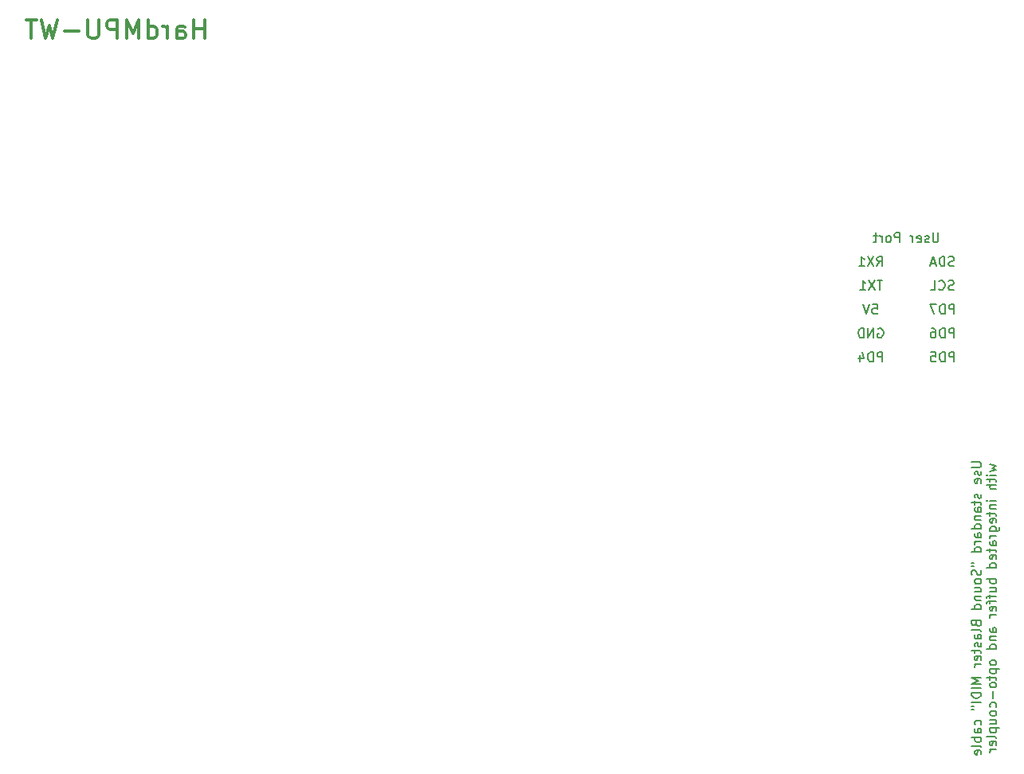
<source format=gbr>
%TF.GenerationSoftware,KiCad,Pcbnew,(6.0.11)*%
%TF.CreationDate,2023-01-30T02:30:36-08:00*%
%TF.ProjectId,hardmpu-wt,68617264-6d70-4752-9d77-742e6b696361,rev?*%
%TF.SameCoordinates,PX525bfc0PY8670810*%
%TF.FileFunction,Legend,Bot*%
%TF.FilePolarity,Positive*%
%FSLAX46Y46*%
G04 Gerber Fmt 4.6, Leading zero omitted, Abs format (unit mm)*
G04 Created by KiCad (PCBNEW (6.0.11)) date 2023-01-30 02:30:36*
%MOMM*%
%LPD*%
G01*
G04 APERTURE LIST*
%ADD10C,0.350000*%
%ADD11C,0.150000*%
G04 APERTURE END LIST*
D10*
X17461333Y84693239D02*
X17461333Y86693239D01*
X17461333Y85740858D02*
X16318476Y85740858D01*
X16318476Y84693239D02*
X16318476Y86693239D01*
X14508952Y84693239D02*
X14508952Y85740858D01*
X14604190Y85931334D01*
X14794666Y86026572D01*
X15175619Y86026572D01*
X15366095Y85931334D01*
X14508952Y84788477D02*
X14699428Y84693239D01*
X15175619Y84693239D01*
X15366095Y84788477D01*
X15461333Y84978953D01*
X15461333Y85169429D01*
X15366095Y85359905D01*
X15175619Y85455143D01*
X14699428Y85455143D01*
X14508952Y85550381D01*
X13556571Y84693239D02*
X13556571Y86026572D01*
X13556571Y85645620D02*
X13461333Y85836096D01*
X13366095Y85931334D01*
X13175619Y86026572D01*
X12985142Y86026572D01*
X11461333Y84693239D02*
X11461333Y86693239D01*
X11461333Y84788477D02*
X11651809Y84693239D01*
X12032761Y84693239D01*
X12223238Y84788477D01*
X12318476Y84883715D01*
X12413714Y85074191D01*
X12413714Y85645620D01*
X12318476Y85836096D01*
X12223238Y85931334D01*
X12032761Y86026572D01*
X11651809Y86026572D01*
X11461333Y85931334D01*
X10508952Y84693239D02*
X10508952Y86693239D01*
X9842285Y85264667D01*
X9175619Y86693239D01*
X9175619Y84693239D01*
X8223238Y84693239D02*
X8223238Y86693239D01*
X7461333Y86693239D01*
X7270857Y86598000D01*
X7175619Y86502762D01*
X7080380Y86312286D01*
X7080380Y86026572D01*
X7175619Y85836096D01*
X7270857Y85740858D01*
X7461333Y85645620D01*
X8223238Y85645620D01*
X6223238Y86693239D02*
X6223238Y85074191D01*
X6128000Y84883715D01*
X6032761Y84788477D01*
X5842285Y84693239D01*
X5461333Y84693239D01*
X5270857Y84788477D01*
X5175619Y84883715D01*
X5080380Y85074191D01*
X5080380Y86693239D01*
X4128000Y85455143D02*
X2604190Y85455143D01*
X1842285Y86693239D02*
X1366095Y84693239D01*
X985142Y86121810D01*
X604190Y84693239D01*
X128000Y86693239D01*
X-348191Y86693239D02*
X-1491048Y86693239D01*
X-919620Y84693239D02*
X-919620Y86693239D01*
D11*
X98977380Y39677620D02*
X99786904Y39677620D01*
X99882142Y39630000D01*
X99929761Y39582381D01*
X99977380Y39487143D01*
X99977380Y39296667D01*
X99929761Y39201429D01*
X99882142Y39153810D01*
X99786904Y39106191D01*
X98977380Y39106191D01*
X99929761Y38677620D02*
X99977380Y38582381D01*
X99977380Y38391905D01*
X99929761Y38296667D01*
X99834523Y38249048D01*
X99786904Y38249048D01*
X99691666Y38296667D01*
X99644047Y38391905D01*
X99644047Y38534762D01*
X99596428Y38630000D01*
X99501190Y38677620D01*
X99453571Y38677620D01*
X99358333Y38630000D01*
X99310714Y38534762D01*
X99310714Y38391905D01*
X99358333Y38296667D01*
X99929761Y37439524D02*
X99977380Y37534762D01*
X99977380Y37725239D01*
X99929761Y37820477D01*
X99834523Y37868096D01*
X99453571Y37868096D01*
X99358333Y37820477D01*
X99310714Y37725239D01*
X99310714Y37534762D01*
X99358333Y37439524D01*
X99453571Y37391905D01*
X99548809Y37391905D01*
X99644047Y37868096D01*
X99929761Y36249048D02*
X99977380Y36153810D01*
X99977380Y35963334D01*
X99929761Y35868096D01*
X99834523Y35820477D01*
X99786904Y35820477D01*
X99691666Y35868096D01*
X99644047Y35963334D01*
X99644047Y36106191D01*
X99596428Y36201429D01*
X99501190Y36249048D01*
X99453571Y36249048D01*
X99358333Y36201429D01*
X99310714Y36106191D01*
X99310714Y35963334D01*
X99358333Y35868096D01*
X99310714Y35534762D02*
X99310714Y35153810D01*
X98977380Y35391905D02*
X99834523Y35391905D01*
X99929761Y35344286D01*
X99977380Y35249048D01*
X99977380Y35153810D01*
X99977380Y34391905D02*
X99453571Y34391905D01*
X99358333Y34439524D01*
X99310714Y34534762D01*
X99310714Y34725239D01*
X99358333Y34820477D01*
X99929761Y34391905D02*
X99977380Y34487143D01*
X99977380Y34725239D01*
X99929761Y34820477D01*
X99834523Y34868096D01*
X99739285Y34868096D01*
X99644047Y34820477D01*
X99596428Y34725239D01*
X99596428Y34487143D01*
X99548809Y34391905D01*
X99310714Y33915715D02*
X99977380Y33915715D01*
X99405952Y33915715D02*
X99358333Y33868096D01*
X99310714Y33772858D01*
X99310714Y33630000D01*
X99358333Y33534762D01*
X99453571Y33487143D01*
X99977380Y33487143D01*
X99977380Y32582381D02*
X98977380Y32582381D01*
X99929761Y32582381D02*
X99977380Y32677620D01*
X99977380Y32868096D01*
X99929761Y32963334D01*
X99882142Y33010953D01*
X99786904Y33058572D01*
X99501190Y33058572D01*
X99405952Y33010953D01*
X99358333Y32963334D01*
X99310714Y32868096D01*
X99310714Y32677620D01*
X99358333Y32582381D01*
X99977380Y31677620D02*
X99453571Y31677620D01*
X99358333Y31725239D01*
X99310714Y31820477D01*
X99310714Y32010953D01*
X99358333Y32106191D01*
X99929761Y31677620D02*
X99977380Y31772858D01*
X99977380Y32010953D01*
X99929761Y32106191D01*
X99834523Y32153810D01*
X99739285Y32153810D01*
X99644047Y32106191D01*
X99596428Y32010953D01*
X99596428Y31772858D01*
X99548809Y31677620D01*
X99977380Y31201429D02*
X99310714Y31201429D01*
X99501190Y31201429D02*
X99405952Y31153810D01*
X99358333Y31106191D01*
X99310714Y31010953D01*
X99310714Y30915715D01*
X99977380Y30153810D02*
X98977380Y30153810D01*
X99929761Y30153810D02*
X99977380Y30249048D01*
X99977380Y30439524D01*
X99929761Y30534762D01*
X99882142Y30582381D01*
X99786904Y30630000D01*
X99501190Y30630000D01*
X99405952Y30582381D01*
X99358333Y30534762D01*
X99310714Y30439524D01*
X99310714Y30249048D01*
X99358333Y30153810D01*
X98977380Y28963334D02*
X99167857Y28963334D01*
X98977380Y28582381D02*
X99167857Y28582381D01*
X99929761Y28201429D02*
X99977380Y28058572D01*
X99977380Y27820477D01*
X99929761Y27725239D01*
X99882142Y27677620D01*
X99786904Y27630000D01*
X99691666Y27630000D01*
X99596428Y27677620D01*
X99548809Y27725239D01*
X99501190Y27820477D01*
X99453571Y28010953D01*
X99405952Y28106191D01*
X99358333Y28153810D01*
X99263095Y28201429D01*
X99167857Y28201429D01*
X99072619Y28153810D01*
X99025000Y28106191D01*
X98977380Y28010953D01*
X98977380Y27772858D01*
X99025000Y27630000D01*
X99977380Y27058572D02*
X99929761Y27153810D01*
X99882142Y27201429D01*
X99786904Y27249048D01*
X99501190Y27249048D01*
X99405952Y27201429D01*
X99358333Y27153810D01*
X99310714Y27058572D01*
X99310714Y26915715D01*
X99358333Y26820477D01*
X99405952Y26772858D01*
X99501190Y26725239D01*
X99786904Y26725239D01*
X99882142Y26772858D01*
X99929761Y26820477D01*
X99977380Y26915715D01*
X99977380Y27058572D01*
X99310714Y25868096D02*
X99977380Y25868096D01*
X99310714Y26296667D02*
X99834523Y26296667D01*
X99929761Y26249048D01*
X99977380Y26153810D01*
X99977380Y26010953D01*
X99929761Y25915715D01*
X99882142Y25868096D01*
X99310714Y25391905D02*
X99977380Y25391905D01*
X99405952Y25391905D02*
X99358333Y25344286D01*
X99310714Y25249048D01*
X99310714Y25106191D01*
X99358333Y25010953D01*
X99453571Y24963334D01*
X99977380Y24963334D01*
X99977380Y24058572D02*
X98977380Y24058572D01*
X99929761Y24058572D02*
X99977380Y24153810D01*
X99977380Y24344286D01*
X99929761Y24439524D01*
X99882142Y24487143D01*
X99786904Y24534762D01*
X99501190Y24534762D01*
X99405952Y24487143D01*
X99358333Y24439524D01*
X99310714Y24344286D01*
X99310714Y24153810D01*
X99358333Y24058572D01*
X99453571Y22487143D02*
X99501190Y22344286D01*
X99548809Y22296667D01*
X99644047Y22249048D01*
X99786904Y22249048D01*
X99882142Y22296667D01*
X99929761Y22344286D01*
X99977380Y22439524D01*
X99977380Y22820477D01*
X98977380Y22820477D01*
X98977380Y22487143D01*
X99025000Y22391905D01*
X99072619Y22344286D01*
X99167857Y22296667D01*
X99263095Y22296667D01*
X99358333Y22344286D01*
X99405952Y22391905D01*
X99453571Y22487143D01*
X99453571Y22820477D01*
X99977380Y21677620D02*
X99929761Y21772858D01*
X99834523Y21820477D01*
X98977380Y21820477D01*
X99977380Y20868096D02*
X99453571Y20868096D01*
X99358333Y20915715D01*
X99310714Y21010953D01*
X99310714Y21201429D01*
X99358333Y21296667D01*
X99929761Y20868096D02*
X99977380Y20963334D01*
X99977380Y21201429D01*
X99929761Y21296667D01*
X99834523Y21344286D01*
X99739285Y21344286D01*
X99644047Y21296667D01*
X99596428Y21201429D01*
X99596428Y20963334D01*
X99548809Y20868096D01*
X99929761Y20439524D02*
X99977380Y20344286D01*
X99977380Y20153810D01*
X99929761Y20058572D01*
X99834523Y20010953D01*
X99786904Y20010953D01*
X99691666Y20058572D01*
X99644047Y20153810D01*
X99644047Y20296667D01*
X99596428Y20391905D01*
X99501190Y20439524D01*
X99453571Y20439524D01*
X99358333Y20391905D01*
X99310714Y20296667D01*
X99310714Y20153810D01*
X99358333Y20058572D01*
X99310714Y19725239D02*
X99310714Y19344286D01*
X98977380Y19582381D02*
X99834523Y19582381D01*
X99929761Y19534762D01*
X99977380Y19439524D01*
X99977380Y19344286D01*
X99929761Y18630000D02*
X99977380Y18725239D01*
X99977380Y18915715D01*
X99929761Y19010953D01*
X99834523Y19058572D01*
X99453571Y19058572D01*
X99358333Y19010953D01*
X99310714Y18915715D01*
X99310714Y18725239D01*
X99358333Y18630000D01*
X99453571Y18582381D01*
X99548809Y18582381D01*
X99644047Y19058572D01*
X99977380Y18153810D02*
X99310714Y18153810D01*
X99501190Y18153810D02*
X99405952Y18106191D01*
X99358333Y18058572D01*
X99310714Y17963334D01*
X99310714Y17868096D01*
X99977380Y16772858D02*
X98977380Y16772858D01*
X99691666Y16439524D01*
X98977380Y16106191D01*
X99977380Y16106191D01*
X99977380Y15630000D02*
X98977380Y15630000D01*
X99977380Y15153810D02*
X98977380Y15153810D01*
X98977380Y14915715D01*
X99025000Y14772858D01*
X99120238Y14677620D01*
X99215476Y14630000D01*
X99405952Y14582381D01*
X99548809Y14582381D01*
X99739285Y14630000D01*
X99834523Y14677620D01*
X99929761Y14772858D01*
X99977380Y14915715D01*
X99977380Y15153810D01*
X99977380Y14153810D02*
X98977380Y14153810D01*
X98977380Y13725239D02*
X99167857Y13725239D01*
X98977380Y13344286D02*
X99167857Y13344286D01*
X99929761Y11725239D02*
X99977380Y11820477D01*
X99977380Y12010953D01*
X99929761Y12106191D01*
X99882142Y12153810D01*
X99786904Y12201429D01*
X99501190Y12201429D01*
X99405952Y12153810D01*
X99358333Y12106191D01*
X99310714Y12010953D01*
X99310714Y11820477D01*
X99358333Y11725239D01*
X99977380Y10868096D02*
X99453571Y10868096D01*
X99358333Y10915715D01*
X99310714Y11010953D01*
X99310714Y11201429D01*
X99358333Y11296667D01*
X99929761Y10868096D02*
X99977380Y10963334D01*
X99977380Y11201429D01*
X99929761Y11296667D01*
X99834523Y11344286D01*
X99739285Y11344286D01*
X99644047Y11296667D01*
X99596428Y11201429D01*
X99596428Y10963334D01*
X99548809Y10868096D01*
X99977380Y10391905D02*
X98977380Y10391905D01*
X99358333Y10391905D02*
X99310714Y10296667D01*
X99310714Y10106191D01*
X99358333Y10010953D01*
X99405952Y9963334D01*
X99501190Y9915715D01*
X99786904Y9915715D01*
X99882142Y9963334D01*
X99929761Y10010953D01*
X99977380Y10106191D01*
X99977380Y10296667D01*
X99929761Y10391905D01*
X99977380Y9344286D02*
X99929761Y9439524D01*
X99834523Y9487143D01*
X98977380Y9487143D01*
X99929761Y8582381D02*
X99977380Y8677620D01*
X99977380Y8868096D01*
X99929761Y8963334D01*
X99834523Y9010953D01*
X99453571Y9010953D01*
X99358333Y8963334D01*
X99310714Y8868096D01*
X99310714Y8677620D01*
X99358333Y8582381D01*
X99453571Y8534762D01*
X99548809Y8534762D01*
X99644047Y9010953D01*
X100920714Y39415715D02*
X101587380Y39225239D01*
X101111190Y39034762D01*
X101587380Y38844286D01*
X100920714Y38653810D01*
X101587380Y38272858D02*
X100920714Y38272858D01*
X100587380Y38272858D02*
X100635000Y38320477D01*
X100682619Y38272858D01*
X100635000Y38225239D01*
X100587380Y38272858D01*
X100682619Y38272858D01*
X100920714Y37939524D02*
X100920714Y37558572D01*
X100587380Y37796667D02*
X101444523Y37796667D01*
X101539761Y37749048D01*
X101587380Y37653810D01*
X101587380Y37558572D01*
X101587380Y37225239D02*
X100587380Y37225239D01*
X101587380Y36796667D02*
X101063571Y36796667D01*
X100968333Y36844286D01*
X100920714Y36939524D01*
X100920714Y37082381D01*
X100968333Y37177620D01*
X101015952Y37225239D01*
X101587380Y35558572D02*
X100920714Y35558572D01*
X100587380Y35558572D02*
X100635000Y35606191D01*
X100682619Y35558572D01*
X100635000Y35510953D01*
X100587380Y35558572D01*
X100682619Y35558572D01*
X100920714Y35082381D02*
X101587380Y35082381D01*
X101015952Y35082381D02*
X100968333Y35034762D01*
X100920714Y34939524D01*
X100920714Y34796667D01*
X100968333Y34701429D01*
X101063571Y34653810D01*
X101587380Y34653810D01*
X100920714Y34320477D02*
X100920714Y33939524D01*
X100587380Y34177620D02*
X101444523Y34177620D01*
X101539761Y34130000D01*
X101587380Y34034762D01*
X101587380Y33939524D01*
X101539761Y33225239D02*
X101587380Y33320477D01*
X101587380Y33510953D01*
X101539761Y33606191D01*
X101444523Y33653810D01*
X101063571Y33653810D01*
X100968333Y33606191D01*
X100920714Y33510953D01*
X100920714Y33320477D01*
X100968333Y33225239D01*
X101063571Y33177620D01*
X101158809Y33177620D01*
X101254047Y33653810D01*
X100920714Y32320477D02*
X101730238Y32320477D01*
X101825476Y32368096D01*
X101873095Y32415715D01*
X101920714Y32510953D01*
X101920714Y32653810D01*
X101873095Y32749048D01*
X101539761Y32320477D02*
X101587380Y32415715D01*
X101587380Y32606191D01*
X101539761Y32701429D01*
X101492142Y32749048D01*
X101396904Y32796667D01*
X101111190Y32796667D01*
X101015952Y32749048D01*
X100968333Y32701429D01*
X100920714Y32606191D01*
X100920714Y32415715D01*
X100968333Y32320477D01*
X101587380Y31844286D02*
X100920714Y31844286D01*
X101111190Y31844286D02*
X101015952Y31796667D01*
X100968333Y31749048D01*
X100920714Y31653810D01*
X100920714Y31558572D01*
X101587380Y30796667D02*
X101063571Y30796667D01*
X100968333Y30844286D01*
X100920714Y30939524D01*
X100920714Y31130000D01*
X100968333Y31225239D01*
X101539761Y30796667D02*
X101587380Y30891905D01*
X101587380Y31130000D01*
X101539761Y31225239D01*
X101444523Y31272858D01*
X101349285Y31272858D01*
X101254047Y31225239D01*
X101206428Y31130000D01*
X101206428Y30891905D01*
X101158809Y30796667D01*
X100920714Y30463334D02*
X100920714Y30082381D01*
X100587380Y30320477D02*
X101444523Y30320477D01*
X101539761Y30272858D01*
X101587380Y30177620D01*
X101587380Y30082381D01*
X101539761Y29368096D02*
X101587380Y29463334D01*
X101587380Y29653810D01*
X101539761Y29749048D01*
X101444523Y29796667D01*
X101063571Y29796667D01*
X100968333Y29749048D01*
X100920714Y29653810D01*
X100920714Y29463334D01*
X100968333Y29368096D01*
X101063571Y29320477D01*
X101158809Y29320477D01*
X101254047Y29796667D01*
X101587380Y28463334D02*
X100587380Y28463334D01*
X101539761Y28463334D02*
X101587380Y28558572D01*
X101587380Y28749048D01*
X101539761Y28844286D01*
X101492142Y28891905D01*
X101396904Y28939524D01*
X101111190Y28939524D01*
X101015952Y28891905D01*
X100968333Y28844286D01*
X100920714Y28749048D01*
X100920714Y28558572D01*
X100968333Y28463334D01*
X101587380Y27225239D02*
X100587380Y27225239D01*
X100968333Y27225239D02*
X100920714Y27130000D01*
X100920714Y26939524D01*
X100968333Y26844286D01*
X101015952Y26796667D01*
X101111190Y26749048D01*
X101396904Y26749048D01*
X101492142Y26796667D01*
X101539761Y26844286D01*
X101587380Y26939524D01*
X101587380Y27130000D01*
X101539761Y27225239D01*
X100920714Y25891905D02*
X101587380Y25891905D01*
X100920714Y26320477D02*
X101444523Y26320477D01*
X101539761Y26272858D01*
X101587380Y26177620D01*
X101587380Y26034762D01*
X101539761Y25939524D01*
X101492142Y25891905D01*
X100920714Y25558572D02*
X100920714Y25177620D01*
X101587380Y25415715D02*
X100730238Y25415715D01*
X100635000Y25368096D01*
X100587380Y25272858D01*
X100587380Y25177620D01*
X100920714Y24987143D02*
X100920714Y24606191D01*
X101587380Y24844286D02*
X100730238Y24844286D01*
X100635000Y24796667D01*
X100587380Y24701429D01*
X100587380Y24606191D01*
X101539761Y23891905D02*
X101587380Y23987143D01*
X101587380Y24177620D01*
X101539761Y24272858D01*
X101444523Y24320477D01*
X101063571Y24320477D01*
X100968333Y24272858D01*
X100920714Y24177620D01*
X100920714Y23987143D01*
X100968333Y23891905D01*
X101063571Y23844286D01*
X101158809Y23844286D01*
X101254047Y24320477D01*
X101587380Y23415715D02*
X100920714Y23415715D01*
X101111190Y23415715D02*
X101015952Y23368096D01*
X100968333Y23320477D01*
X100920714Y23225239D01*
X100920714Y23130000D01*
X101587380Y21606191D02*
X101063571Y21606191D01*
X100968333Y21653810D01*
X100920714Y21749048D01*
X100920714Y21939524D01*
X100968333Y22034762D01*
X101539761Y21606191D02*
X101587380Y21701429D01*
X101587380Y21939524D01*
X101539761Y22034762D01*
X101444523Y22082381D01*
X101349285Y22082381D01*
X101254047Y22034762D01*
X101206428Y21939524D01*
X101206428Y21701429D01*
X101158809Y21606191D01*
X100920714Y21130000D02*
X101587380Y21130000D01*
X101015952Y21130000D02*
X100968333Y21082381D01*
X100920714Y20987143D01*
X100920714Y20844286D01*
X100968333Y20749048D01*
X101063571Y20701429D01*
X101587380Y20701429D01*
X101587380Y19796667D02*
X100587380Y19796667D01*
X101539761Y19796667D02*
X101587380Y19891905D01*
X101587380Y20082381D01*
X101539761Y20177620D01*
X101492142Y20225239D01*
X101396904Y20272858D01*
X101111190Y20272858D01*
X101015952Y20225239D01*
X100968333Y20177620D01*
X100920714Y20082381D01*
X100920714Y19891905D01*
X100968333Y19796667D01*
X101587380Y18415715D02*
X101539761Y18510953D01*
X101492142Y18558572D01*
X101396904Y18606191D01*
X101111190Y18606191D01*
X101015952Y18558572D01*
X100968333Y18510953D01*
X100920714Y18415715D01*
X100920714Y18272858D01*
X100968333Y18177620D01*
X101015952Y18130001D01*
X101111190Y18082381D01*
X101396904Y18082381D01*
X101492142Y18130001D01*
X101539761Y18177620D01*
X101587380Y18272858D01*
X101587380Y18415715D01*
X100920714Y17653810D02*
X101920714Y17653810D01*
X100968333Y17653810D02*
X100920714Y17558572D01*
X100920714Y17368096D01*
X100968333Y17272858D01*
X101015952Y17225239D01*
X101111190Y17177620D01*
X101396904Y17177620D01*
X101492142Y17225239D01*
X101539761Y17272858D01*
X101587380Y17368096D01*
X101587380Y17558572D01*
X101539761Y17653810D01*
X100920714Y16891905D02*
X100920714Y16510953D01*
X100587380Y16749048D02*
X101444523Y16749048D01*
X101539761Y16701429D01*
X101587380Y16606191D01*
X101587380Y16510953D01*
X101587380Y16034762D02*
X101539761Y16130001D01*
X101492142Y16177620D01*
X101396904Y16225239D01*
X101111190Y16225239D01*
X101015952Y16177620D01*
X100968333Y16130001D01*
X100920714Y16034762D01*
X100920714Y15891905D01*
X100968333Y15796667D01*
X101015952Y15749048D01*
X101111190Y15701429D01*
X101396904Y15701429D01*
X101492142Y15749048D01*
X101539761Y15796667D01*
X101587380Y15891905D01*
X101587380Y16034762D01*
X101206428Y15272858D02*
X101206428Y14510953D01*
X101539761Y13606191D02*
X101587380Y13701429D01*
X101587380Y13891905D01*
X101539761Y13987143D01*
X101492142Y14034762D01*
X101396904Y14082381D01*
X101111190Y14082381D01*
X101015952Y14034762D01*
X100968333Y13987143D01*
X100920714Y13891905D01*
X100920714Y13701429D01*
X100968333Y13606191D01*
X101587380Y13034762D02*
X101539761Y13130001D01*
X101492142Y13177620D01*
X101396904Y13225239D01*
X101111190Y13225239D01*
X101015952Y13177620D01*
X100968333Y13130001D01*
X100920714Y13034762D01*
X100920714Y12891905D01*
X100968333Y12796667D01*
X101015952Y12749048D01*
X101111190Y12701429D01*
X101396904Y12701429D01*
X101492142Y12749048D01*
X101539761Y12796667D01*
X101587380Y12891905D01*
X101587380Y13034762D01*
X100920714Y11844286D02*
X101587380Y11844286D01*
X100920714Y12272858D02*
X101444523Y12272858D01*
X101539761Y12225239D01*
X101587380Y12130001D01*
X101587380Y11987143D01*
X101539761Y11891905D01*
X101492142Y11844286D01*
X100920714Y11368096D02*
X101920714Y11368096D01*
X100968333Y11368096D02*
X100920714Y11272858D01*
X100920714Y11082381D01*
X100968333Y10987143D01*
X101015952Y10939524D01*
X101111190Y10891905D01*
X101396904Y10891905D01*
X101492142Y10939524D01*
X101539761Y10987143D01*
X101587380Y11082381D01*
X101587380Y11272858D01*
X101539761Y11368096D01*
X101587380Y10320477D02*
X101539761Y10415715D01*
X101444523Y10463334D01*
X100587380Y10463334D01*
X101539761Y9558572D02*
X101587380Y9653810D01*
X101587380Y9844286D01*
X101539761Y9939524D01*
X101444523Y9987143D01*
X101063571Y9987143D01*
X100968333Y9939524D01*
X100920714Y9844286D01*
X100920714Y9653810D01*
X100968333Y9558572D01*
X101063571Y9510953D01*
X101158809Y9510953D01*
X101254047Y9987143D01*
X101587380Y9082381D02*
X100920714Y9082381D01*
X101111190Y9082381D02*
X101015952Y9034762D01*
X100968333Y8987143D01*
X100920714Y8891905D01*
X100920714Y8796667D01*
X95432142Y64047620D02*
X95432142Y63238096D01*
X95384523Y63142858D01*
X95336904Y63095239D01*
X95241666Y63047620D01*
X95051190Y63047620D01*
X94955952Y63095239D01*
X94908333Y63142858D01*
X94860714Y63238096D01*
X94860714Y64047620D01*
X94432142Y63095239D02*
X94336904Y63047620D01*
X94146428Y63047620D01*
X94051190Y63095239D01*
X94003571Y63190477D01*
X94003571Y63238096D01*
X94051190Y63333334D01*
X94146428Y63380953D01*
X94289285Y63380953D01*
X94384523Y63428572D01*
X94432142Y63523810D01*
X94432142Y63571429D01*
X94384523Y63666667D01*
X94289285Y63714286D01*
X94146428Y63714286D01*
X94051190Y63666667D01*
X93194047Y63095239D02*
X93289285Y63047620D01*
X93479761Y63047620D01*
X93575000Y63095239D01*
X93622619Y63190477D01*
X93622619Y63571429D01*
X93575000Y63666667D01*
X93479761Y63714286D01*
X93289285Y63714286D01*
X93194047Y63666667D01*
X93146428Y63571429D01*
X93146428Y63476191D01*
X93622619Y63380953D01*
X92717857Y63047620D02*
X92717857Y63714286D01*
X92717857Y63523810D02*
X92670238Y63619048D01*
X92622619Y63666667D01*
X92527380Y63714286D01*
X92432142Y63714286D01*
X91336904Y63047620D02*
X91336904Y64047620D01*
X90955952Y64047620D01*
X90860714Y64000000D01*
X90813095Y63952381D01*
X90765476Y63857143D01*
X90765476Y63714286D01*
X90813095Y63619048D01*
X90860714Y63571429D01*
X90955952Y63523810D01*
X91336904Y63523810D01*
X90194047Y63047620D02*
X90289285Y63095239D01*
X90336904Y63142858D01*
X90384523Y63238096D01*
X90384523Y63523810D01*
X90336904Y63619048D01*
X90289285Y63666667D01*
X90194047Y63714286D01*
X90051190Y63714286D01*
X89955952Y63666667D01*
X89908333Y63619048D01*
X89860714Y63523810D01*
X89860714Y63238096D01*
X89908333Y63142858D01*
X89955952Y63095239D01*
X90051190Y63047620D01*
X90194047Y63047620D01*
X89432142Y63047620D02*
X89432142Y63714286D01*
X89432142Y63523810D02*
X89384523Y63619048D01*
X89336904Y63666667D01*
X89241666Y63714286D01*
X89146428Y63714286D01*
X88955952Y63714286D02*
X88575000Y63714286D01*
X88813095Y64047620D02*
X88813095Y63190477D01*
X88765476Y63095239D01*
X88670238Y63047620D01*
X88575000Y63047620D01*
X97123095Y50347620D02*
X97123095Y51347620D01*
X96742142Y51347620D01*
X96646904Y51300000D01*
X96599285Y51252381D01*
X96551666Y51157143D01*
X96551666Y51014286D01*
X96599285Y50919048D01*
X96646904Y50871429D01*
X96742142Y50823810D01*
X97123095Y50823810D01*
X96123095Y50347620D02*
X96123095Y51347620D01*
X95885000Y51347620D01*
X95742142Y51300000D01*
X95646904Y51204762D01*
X95599285Y51109524D01*
X95551666Y50919048D01*
X95551666Y50776191D01*
X95599285Y50585715D01*
X95646904Y50490477D01*
X95742142Y50395239D01*
X95885000Y50347620D01*
X96123095Y50347620D01*
X94646904Y51347620D02*
X95123095Y51347620D01*
X95170714Y50871429D01*
X95123095Y50919048D01*
X95027857Y50966667D01*
X94789761Y50966667D01*
X94694523Y50919048D01*
X94646904Y50871429D01*
X94599285Y50776191D01*
X94599285Y50538096D01*
X94646904Y50442858D01*
X94694523Y50395239D01*
X94789761Y50347620D01*
X95027857Y50347620D01*
X95123095Y50395239D01*
X95170714Y50442858D01*
X89503095Y50347620D02*
X89503095Y51347620D01*
X89122142Y51347620D01*
X89026904Y51300000D01*
X88979285Y51252381D01*
X88931666Y51157143D01*
X88931666Y51014286D01*
X88979285Y50919048D01*
X89026904Y50871429D01*
X89122142Y50823810D01*
X89503095Y50823810D01*
X88503095Y50347620D02*
X88503095Y51347620D01*
X88265000Y51347620D01*
X88122142Y51300000D01*
X88026904Y51204762D01*
X87979285Y51109524D01*
X87931666Y50919048D01*
X87931666Y50776191D01*
X87979285Y50585715D01*
X88026904Y50490477D01*
X88122142Y50395239D01*
X88265000Y50347620D01*
X88503095Y50347620D01*
X87074523Y51014286D02*
X87074523Y50347620D01*
X87312619Y51395239D02*
X87550714Y50680953D01*
X86931666Y50680953D01*
X97123095Y55427620D02*
X97123095Y56427620D01*
X96742142Y56427620D01*
X96646904Y56380000D01*
X96599285Y56332381D01*
X96551666Y56237143D01*
X96551666Y56094286D01*
X96599285Y55999048D01*
X96646904Y55951429D01*
X96742142Y55903810D01*
X97123095Y55903810D01*
X96123095Y55427620D02*
X96123095Y56427620D01*
X95885000Y56427620D01*
X95742142Y56380000D01*
X95646904Y56284762D01*
X95599285Y56189524D01*
X95551666Y55999048D01*
X95551666Y55856191D01*
X95599285Y55665715D01*
X95646904Y55570477D01*
X95742142Y55475239D01*
X95885000Y55427620D01*
X96123095Y55427620D01*
X95218333Y56427620D02*
X94551666Y56427620D01*
X94980238Y55427620D01*
X97123095Y52887620D02*
X97123095Y53887620D01*
X96742142Y53887620D01*
X96646904Y53840000D01*
X96599285Y53792381D01*
X96551666Y53697143D01*
X96551666Y53554286D01*
X96599285Y53459048D01*
X96646904Y53411429D01*
X96742142Y53363810D01*
X97123095Y53363810D01*
X96123095Y52887620D02*
X96123095Y53887620D01*
X95885000Y53887620D01*
X95742142Y53840000D01*
X95646904Y53744762D01*
X95599285Y53649524D01*
X95551666Y53459048D01*
X95551666Y53316191D01*
X95599285Y53125715D01*
X95646904Y53030477D01*
X95742142Y52935239D01*
X95885000Y52887620D01*
X96123095Y52887620D01*
X94694523Y53887620D02*
X94885000Y53887620D01*
X94980238Y53840000D01*
X95027857Y53792381D01*
X95123095Y53649524D01*
X95170714Y53459048D01*
X95170714Y53078096D01*
X95123095Y52982858D01*
X95075476Y52935239D01*
X94980238Y52887620D01*
X94789761Y52887620D01*
X94694523Y52935239D01*
X94646904Y52982858D01*
X94599285Y53078096D01*
X94599285Y53316191D01*
X94646904Y53411429D01*
X94694523Y53459048D01*
X94789761Y53506667D01*
X94980238Y53506667D01*
X95075476Y53459048D01*
X95123095Y53411429D01*
X95170714Y53316191D01*
X88455476Y56427620D02*
X88931666Y56427620D01*
X88979285Y55951429D01*
X88931666Y55999048D01*
X88836428Y56046667D01*
X88598333Y56046667D01*
X88503095Y55999048D01*
X88455476Y55951429D01*
X88407857Y55856191D01*
X88407857Y55618096D01*
X88455476Y55522858D01*
X88503095Y55475239D01*
X88598333Y55427620D01*
X88836428Y55427620D01*
X88931666Y55475239D01*
X88979285Y55522858D01*
X88122142Y56427620D02*
X87788809Y55427620D01*
X87455476Y56427620D01*
X89026904Y53840000D02*
X89122142Y53887620D01*
X89265000Y53887620D01*
X89407857Y53840000D01*
X89503095Y53744762D01*
X89550714Y53649524D01*
X89598333Y53459048D01*
X89598333Y53316191D01*
X89550714Y53125715D01*
X89503095Y53030477D01*
X89407857Y52935239D01*
X89265000Y52887620D01*
X89169761Y52887620D01*
X89026904Y52935239D01*
X88979285Y52982858D01*
X88979285Y53316191D01*
X89169761Y53316191D01*
X88550714Y52887620D02*
X88550714Y53887620D01*
X87979285Y52887620D01*
X87979285Y53887620D01*
X87503095Y52887620D02*
X87503095Y53887620D01*
X87265000Y53887620D01*
X87122142Y53840000D01*
X87026904Y53744762D01*
X86979285Y53649524D01*
X86931666Y53459048D01*
X86931666Y53316191D01*
X86979285Y53125715D01*
X87026904Y53030477D01*
X87122142Y52935239D01*
X87265000Y52887620D01*
X87503095Y52887620D01*
X89503095Y58967620D02*
X88931666Y58967620D01*
X89217380Y57967620D02*
X89217380Y58967620D01*
X88693571Y58967620D02*
X88026904Y57967620D01*
X88026904Y58967620D02*
X88693571Y57967620D01*
X87122142Y57967620D02*
X87693571Y57967620D01*
X87407857Y57967620D02*
X87407857Y58967620D01*
X87503095Y58824762D01*
X87598333Y58729524D01*
X87693571Y58681905D01*
X97099285Y60555239D02*
X96956428Y60507620D01*
X96718333Y60507620D01*
X96623095Y60555239D01*
X96575476Y60602858D01*
X96527857Y60698096D01*
X96527857Y60793334D01*
X96575476Y60888572D01*
X96623095Y60936191D01*
X96718333Y60983810D01*
X96908809Y61031429D01*
X97004047Y61079048D01*
X97051666Y61126667D01*
X97099285Y61221905D01*
X97099285Y61317143D01*
X97051666Y61412381D01*
X97004047Y61460000D01*
X96908809Y61507620D01*
X96670714Y61507620D01*
X96527857Y61460000D01*
X96099285Y60507620D02*
X96099285Y61507620D01*
X95861190Y61507620D01*
X95718333Y61460000D01*
X95623095Y61364762D01*
X95575476Y61269524D01*
X95527857Y61079048D01*
X95527857Y60936191D01*
X95575476Y60745715D01*
X95623095Y60650477D01*
X95718333Y60555239D01*
X95861190Y60507620D01*
X96099285Y60507620D01*
X95146904Y60793334D02*
X94670714Y60793334D01*
X95242142Y60507620D02*
X94908809Y61507620D01*
X94575476Y60507620D01*
X97075476Y58015239D02*
X96932619Y57967620D01*
X96694523Y57967620D01*
X96599285Y58015239D01*
X96551666Y58062858D01*
X96504047Y58158096D01*
X96504047Y58253334D01*
X96551666Y58348572D01*
X96599285Y58396191D01*
X96694523Y58443810D01*
X96885000Y58491429D01*
X96980238Y58539048D01*
X97027857Y58586667D01*
X97075476Y58681905D01*
X97075476Y58777143D01*
X97027857Y58872381D01*
X96980238Y58920000D01*
X96885000Y58967620D01*
X96646904Y58967620D01*
X96504047Y58920000D01*
X95504047Y58062858D02*
X95551666Y58015239D01*
X95694523Y57967620D01*
X95789761Y57967620D01*
X95932619Y58015239D01*
X96027857Y58110477D01*
X96075476Y58205715D01*
X96123095Y58396191D01*
X96123095Y58539048D01*
X96075476Y58729524D01*
X96027857Y58824762D01*
X95932619Y58920000D01*
X95789761Y58967620D01*
X95694523Y58967620D01*
X95551666Y58920000D01*
X95504047Y58872381D01*
X94599285Y57967620D02*
X95075476Y57967620D01*
X95075476Y58967620D01*
X88907857Y60507620D02*
X89241190Y60983810D01*
X89479285Y60507620D02*
X89479285Y61507620D01*
X89098333Y61507620D01*
X89003095Y61460000D01*
X88955476Y61412381D01*
X88907857Y61317143D01*
X88907857Y61174286D01*
X88955476Y61079048D01*
X89003095Y61031429D01*
X89098333Y60983810D01*
X89479285Y60983810D01*
X88574523Y61507620D02*
X87907857Y60507620D01*
X87907857Y61507620D02*
X88574523Y60507620D01*
X87003095Y60507620D02*
X87574523Y60507620D01*
X87288809Y60507620D02*
X87288809Y61507620D01*
X87384047Y61364762D01*
X87479285Y61269524D01*
X87574523Y61221905D01*
M02*

</source>
